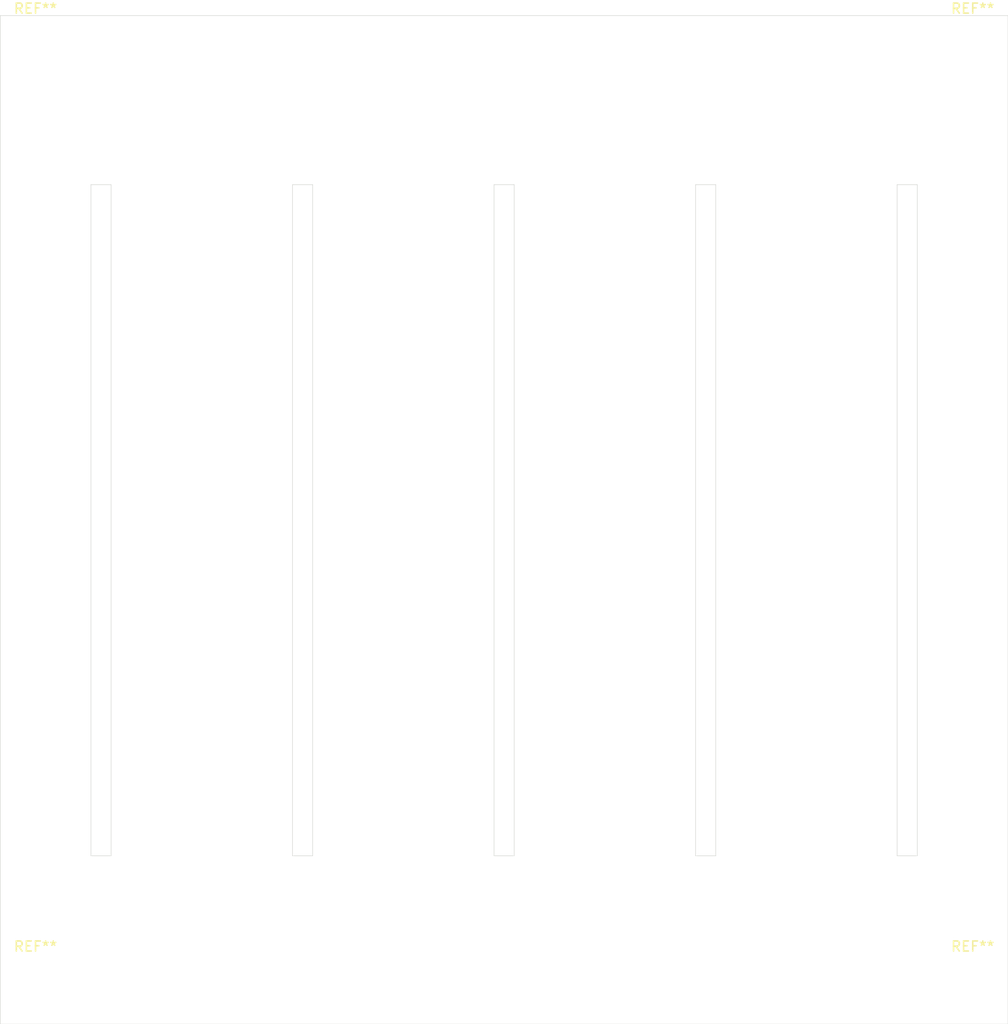
<source format=kicad_pcb>
(kicad_pcb (version 20171130) (host pcbnew "(5.1.6-0-10_14)")

  (general
    (thickness 1.6)
    (drawings 24)
    (tracks 0)
    (zones 0)
    (modules 4)
    (nets 1)
  )

  (page A4)
  (layers
    (0 F.Cu signal)
    (31 B.Cu signal)
    (32 B.Adhes user)
    (33 F.Adhes user)
    (34 B.Paste user)
    (35 F.Paste user)
    (36 B.SilkS user)
    (37 F.SilkS user)
    (38 B.Mask user)
    (39 F.Mask user)
    (40 Dwgs.User user)
    (41 Cmts.User user)
    (42 Eco1.User user)
    (43 Eco2.User user)
    (44 Edge.Cuts user)
    (45 Margin user)
    (46 B.CrtYd user)
    (47 F.CrtYd user)
    (48 B.Fab user)
    (49 F.Fab user)
  )

  (setup
    (last_trace_width 0.25)
    (trace_clearance 0.2)
    (zone_clearance 0.508)
    (zone_45_only no)
    (trace_min 0.2)
    (via_size 0.8)
    (via_drill 0.4)
    (via_min_size 0.4)
    (via_min_drill 0.3)
    (uvia_size 0.3)
    (uvia_drill 0.1)
    (uvias_allowed no)
    (uvia_min_size 0.2)
    (uvia_min_drill 0.1)
    (edge_width 0.05)
    (segment_width 0.2)
    (pcb_text_width 0.3)
    (pcb_text_size 1.5 1.5)
    (mod_edge_width 0.12)
    (mod_text_size 1 1)
    (mod_text_width 0.15)
    (pad_size 1.524 1.524)
    (pad_drill 0.762)
    (pad_to_mask_clearance 0.05)
    (aux_axis_origin 0 0)
    (visible_elements FFFFFF7F)
    (pcbplotparams
      (layerselection 0x010fc_ffffffff)
      (usegerberextensions false)
      (usegerberattributes true)
      (usegerberadvancedattributes true)
      (creategerberjobfile true)
      (excludeedgelayer true)
      (linewidth 0.100000)
      (plotframeref false)
      (viasonmask false)
      (mode 1)
      (useauxorigin false)
      (hpglpennumber 1)
      (hpglpenspeed 20)
      (hpglpendiameter 15.000000)
      (psnegative false)
      (psa4output false)
      (plotreference true)
      (plotvalue true)
      (plotinvisibletext false)
      (padsonsilk false)
      (subtractmaskfromsilk false)
      (outputformat 1)
      (mirror false)
      (drillshape 0)
      (scaleselection 1)
      (outputdirectory ""))
  )

  (net 0 "")

  (net_class Default "This is the default net class."
    (clearance 0.2)
    (trace_width 0.25)
    (via_dia 0.8)
    (via_drill 0.4)
    (uvia_dia 0.3)
    (uvia_drill 0.1)
  )

  (module Mounting_Holes:MountingHole_3.2mm_M3 (layer F.Cu) (tedit 56D1B4CB) (tstamp 5F8DFBA6)
    (at 3.5 3.5)
    (descr "Mounting Hole 3.2mm, no annular, M3")
    (tags "mounting hole 3.2mm no annular m3")
    (attr virtual)
    (fp_text reference REF** (at 0 -4.2) (layer F.SilkS)
      (effects (font (size 1 1) (thickness 0.15)))
    )
    (fp_text value MountingHole_3.2mm_M3 (at 0 4.2) (layer F.Fab) hide
      (effects (font (size 1 1) (thickness 0.15)))
    )
    (fp_circle (center 0 0) (end 3.45 0) (layer F.CrtYd) (width 0.05))
    (fp_circle (center 0 0) (end 3.2 0) (layer Cmts.User) (width 0.15))
    (fp_text user %R (at 0.3 0) (layer F.Fab)
      (effects (font (size 1 1) (thickness 0.15)))
    )
    (pad 1 np_thru_hole circle (at 0 0) (size 3.2 3.2) (drill 3.2) (layers *.Cu *.Mask))
  )

  (module Mounting_Holes:MountingHole_3.2mm_M3 (layer F.Cu) (tedit 56D1B4CB) (tstamp 5F8DFB61)
    (at 3.5 96.5)
    (descr "Mounting Hole 3.2mm, no annular, M3")
    (tags "mounting hole 3.2mm no annular m3")
    (attr virtual)
    (fp_text reference REF** (at 0 -4.2) (layer F.SilkS)
      (effects (font (size 1 1) (thickness 0.15)))
    )
    (fp_text value MountingHole_3.2mm_M3 (at 0 4.2) (layer F.Fab) hide
      (effects (font (size 1 1) (thickness 0.15)))
    )
    (fp_circle (center 0 0) (end 3.45 0) (layer F.CrtYd) (width 0.05))
    (fp_circle (center 0 0) (end 3.2 0) (layer Cmts.User) (width 0.15))
    (fp_text user %R (at 0.3 0) (layer F.Fab)
      (effects (font (size 1 1) (thickness 0.15)))
    )
    (pad 1 np_thru_hole circle (at 0 0) (size 3.2 3.2) (drill 3.2) (layers *.Cu *.Mask))
  )

  (module Mounting_Holes:MountingHole_3.2mm_M3 (layer F.Cu) (tedit 56D1B4CB) (tstamp 5F8DFB1C)
    (at 96.5 96.5)
    (descr "Mounting Hole 3.2mm, no annular, M3")
    (tags "mounting hole 3.2mm no annular m3")
    (attr virtual)
    (fp_text reference REF** (at 0 -4.2) (layer F.SilkS)
      (effects (font (size 1 1) (thickness 0.15)))
    )
    (fp_text value MountingHole_3.2mm_M3 (at 0 4.2) (layer F.Fab) hide
      (effects (font (size 1 1) (thickness 0.15)))
    )
    (fp_circle (center 0 0) (end 3.45 0) (layer F.CrtYd) (width 0.05))
    (fp_circle (center 0 0) (end 3.2 0) (layer Cmts.User) (width 0.15))
    (fp_text user %R (at 0.3 0) (layer F.Fab)
      (effects (font (size 1 1) (thickness 0.15)))
    )
    (pad 1 np_thru_hole circle (at 0 0) (size 3.2 3.2) (drill 3.2) (layers *.Cu *.Mask))
  )

  (module Mounting_Holes:MountingHole_3.2mm_M3 (layer F.Cu) (tedit 56D1B4CB) (tstamp 5F8DFAD7)
    (at 96.5 3.5)
    (descr "Mounting Hole 3.2mm, no annular, M3")
    (tags "mounting hole 3.2mm no annular m3")
    (attr virtual)
    (fp_text reference REF** (at 0 -4.2) (layer F.SilkS)
      (effects (font (size 1 1) (thickness 0.15)))
    )
    (fp_text value MountingHole_3.2mm_M3 (at 0 4.2) (layer F.Fab) hide
      (effects (font (size 1 1) (thickness 0.15)))
    )
    (fp_circle (center 0 0) (end 3.45 0) (layer F.CrtYd) (width 0.05))
    (fp_circle (center 0 0) (end 3.2 0) (layer Cmts.User) (width 0.15))
    (fp_text user %R (at 0.3 0) (layer F.Fab)
      (effects (font (size 1 1) (thickness 0.15)))
    )
    (pad 1 np_thru_hole circle (at 0 0) (size 3.2 3.2) (drill 3.2) (layers *.Cu *.Mask))
  )

  (gr_line (start 89 83.312) (end 91 83.312) (layer Edge.Cuts) (width 0.05) (tstamp 5F8D989A))
  (gr_line (start 69 83.312) (end 71 83.312) (layer Edge.Cuts) (width 0.05) (tstamp 5F8D9893))
  (gr_line (start 49 83.312) (end 51 83.312) (layer Edge.Cuts) (width 0.05) (tstamp 5F8D988E))
  (gr_line (start 29 83.312) (end 30.988 83.312) (layer Edge.Cuts) (width 0.05))
  (gr_line (start 9 83.312) (end 11 83.312) (layer Edge.Cuts) (width 0.05) (tstamp 5F8D9881))
  (gr_line (start 89 16.764) (end 91 16.764) (layer Edge.Cuts) (width 0.05) (tstamp 5F8D9879))
  (gr_line (start 69 16.764) (end 71 16.764) (layer Edge.Cuts) (width 0.05) (tstamp 5F8D9874))
  (gr_line (start 49 16.764) (end 51 16.764) (layer Edge.Cuts) (width 0.05) (tstamp 5F8D986E))
  (gr_line (start 29 16.764) (end 31 16.764) (layer Edge.Cuts) (width 0.05) (tstamp 5F8D9865))
  (gr_line (start 9 16.764) (end 11 16.764) (layer Edge.Cuts) (width 0.05) (tstamp 5F8D985B))
  (gr_line (start 91 16.764) (end 91 83.312) (layer Edge.Cuts) (width 0.05) (tstamp 5F8D96FA))
  (gr_line (start 89 16.764) (end 89 83.312) (layer Edge.Cuts) (width 0.05) (tstamp 5F8D96FA))
  (gr_line (start 71 16.764) (end 71 83.312) (layer Edge.Cuts) (width 0.05) (tstamp 5F8D96FA))
  (gr_line (start 69 16.764) (end 69 83.312) (layer Edge.Cuts) (width 0.05) (tstamp 5F8D96FA))
  (gr_line (start 51 16.764) (end 51 83.312) (layer Edge.Cuts) (width 0.05) (tstamp 5F8D96FA))
  (gr_line (start 49 16.764) (end 49 83.312) (layer Edge.Cuts) (width 0.05) (tstamp 5F8D96FA))
  (gr_line (start 31 16.764) (end 31 83.312) (layer Edge.Cuts) (width 0.05) (tstamp 5F8D96FA))
  (gr_line (start 29 16.764) (end 29 83.312) (layer Edge.Cuts) (width 0.05) (tstamp 5F8D96FA))
  (gr_line (start 11 16.764) (end 11 83.312) (layer Edge.Cuts) (width 0.05) (tstamp 5F8D96FA))
  (gr_line (start 9 16.764) (end 9 83.312) (layer Edge.Cuts) (width 0.05))
  (gr_line (start 0 100) (end 100 100) (layer Edge.Cuts) (width 0.05) (tstamp 5F8DBE40))
  (gr_line (start 0 0) (end 0 100) (layer Edge.Cuts) (width 0.05) (tstamp 5F8DBE40))
  (gr_line (start 100 0) (end 100 100) (layer Edge.Cuts) (width 0.05) (tstamp 5F8DBE40))
  (gr_line (start 0 0) (end 100 0) (layer Edge.Cuts) (width 0.05))

)

</source>
